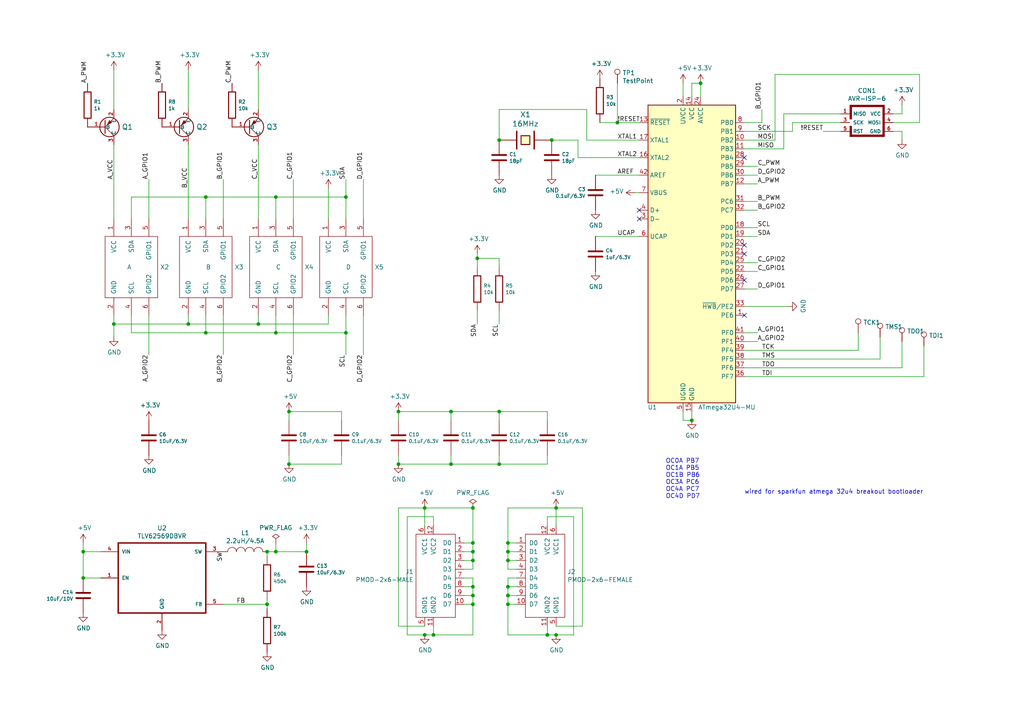
<source format=kicad_sch>
(kicad_sch (version 20211123) (generator eeschema)
  (paper "A4")
  (lib_symbols
    (symbol "badgelife_shitty_addon_v169bis:Badgelife_sao_connector_v169bis" (pin_names (offset 1.016))
      (property "Reference" "X" (at 0 0 0))
      (property "Value" "Badgelife_sao_connector_v169bis" (at 0 20.32 0))
      (symbol "Badgelife_sao_connector_v169bis_0_1"
        (rectangle (start -7.62 8.89) (end 7.62 -8.89))
      )
      (symbol "Badgelife_sao_connector_v169bis_1_1"
        (pin input line (at -5.08 13.97 270) (length 5.08) (name "VCC") (number "1"))
        (pin input line (at -5.08 -13.97 90) (length 5.08) (name "GND") (number "2"))
        (pin input line (at 0 13.97 270) (length 5.08) (name "SDA") (number "3"))
        (pin input line (at 0 -13.97 90) (length 5.08) (name "SCL") (number "4"))
        (pin input line (at 5.08 13.97 270) (length 5.08) (name "GPIO1") (number "5"))
        (pin input line (at 5.08 -13.97 90) (length 5.08) (name "GPIO2") (number "6"))
      )
    )
    (symbol "power:+3.3V" (power) (pin_names (offset 0))
      (property "Value" "+3.3V" (at 0 3.556 0))
      (symbol "+3.3V_0_1"
        (polyline (pts (xy -0.762 1.27) (xy 0 2.54)))
        (polyline (pts (xy 0 0) (xy 0 2.54)))
        (polyline (pts (xy 0 2.54) (xy 0.762 1.27)))
      )
      (symbol "+3.3V_1_1"
        (pin power_in line (at 0 0 90) (length 0) hide (name "+3.3V") (number "1"))
      )
    )
    (symbol "power:+5V" (power) (pin_names (offset 0))
      (property "Value" "+5V" (at 0 3.556 0))
      (symbol "+5V_0_1"
        (polyline (pts (xy -0.762 1.27) (xy 0 2.54)))
        (polyline (pts (xy 0 0) (xy 0 2.54)))
        (polyline (pts (xy 0 2.54) (xy 0.762 1.27)))
      )
      (symbol "+5V_1_1"
        (pin power_in line (at 0 0 90) (length 0) hide (name "+5V") (number "1"))
      )
    )
    (symbol "power:GND" (power) (pin_names (offset 0))
      (property "Value" "GND" (at 0 -3.81 0))
      (symbol "GND_0_1"
        (polyline (pts (xy 0 0) (xy 0 -1.27) (xy 1.27 -1.27) (xy 0 -2.54) (xy -1.27 -1.27) (xy 0 -1.27)))
      )
      (symbol "GND_1_1"
        (pin power_in line (at 0 0 270) (length 0) hide (name "GND") (number "1"))
      )
    )
    (symbol "power:PWR_FLAG" (power) (pin_numbers hide) (pin_names (offset 0) hide)
      (property "Value" "PWR_FLAG" (at 0 3.81 0))
      (symbol "PWR_FLAG_0_0"
        (pin power_out line (at 0 0 90) (length 0) (name "pwr") (number "1"))
      )
      (symbol "PWR_FLAG_0_1"
        (polyline (pts (xy 0 0) (xy 0 1.27) (xy -1.016 1.905) (xy 0 2.54) (xy 1.016 1.905) (xy 0 1.27)))
      )
    )
    (symbol "tom-connectors:AVR-ISP-6" (pin_names (offset 1.016))
      (property "Reference" "CON" (at -2.032 6.096 0))
      (property "Value" "AVR-ISP-6" (at -6.096 -5.842 0))
      (symbol "AVR-ISP-6_0_1"
        (rectangle (start -4.572 -3.556) (end 4.826 -4.064) (fill (type outline)))
        (rectangle (start -4.572 5.08) (end 4.572 4.572) (fill (type outline)))
        (rectangle (start -4.445 -4.064) (end -4.953 -1.016) (fill (type outline)))
        (rectangle (start -4.445 5.08) (end -4.953 1.016) (fill (type outline)))
        (rectangle (start 4.572 5.08) (end 5.08 -4.064) (fill (type outline)))
      )
      (symbol "AVR-ISP-6_1_1"
        (pin passive line (at -7.62 2.54 0) (length 2.54) (name "MISO") (number "1"))
        (pin power_in line (at 7.62 2.54 180) (length 2.54) (name "VCC") (number "2"))
        (pin passive line (at -7.62 0 0) (length 2.54) (name "SCK") (number "3"))
        (pin input line (at 7.62 0 180) (length 2.54) (name "MOSI") (number "4"))
        (pin passive line (at -7.62 -2.54 0) (length 2.54) (name "RST") (number "5"))
        (pin power_in line (at 7.62 -2.54 180) (length 2.54) (name "GND") (number "6"))
      )
    )
    (symbol "tom-connectors:PMOD-2x6-FEMALE" (pin_names (offset 1.016))
      (property "Reference" "J" (at 3.81 -11.43 0))
      (property "Value" "PMOD-2x6-FEMALE" (at -7.62 0 90))
      (symbol "PMOD-2x6-FEMALE_1_1"
        (rectangle (start -6.35 11.43) (end 5.08 -12.7))
        (rectangle (start 3.81 -6.35) (end 3.81 -6.35))
        (pin bidirectional line (at 7.62 8.89 180) (length 2.54) (name "D0") (number "1"))
        (pin bidirectional line (at 7.62 -8.89 180) (length 2.54) (name "D7") (number "10"))
        (pin passive line (at -1.27 -15.24 90) (length 2.54) (name "GND2") (number "11"))
        (pin passive line (at -1.27 13.97 270) (length 2.54) (name "VCC2") (number "12"))
        (pin bidirectional line (at 7.62 6.35 180) (length 2.54) (name "D1") (number "2"))
        (pin bidirectional line (at 7.62 3.81 180) (length 2.54) (name "D2") (number "3"))
        (pin bidirectional line (at 7.62 1.27 180) (length 2.54) (name "D3") (number "4"))
        (pin passive line (at -3.81 -15.24 90) (length 2.54) (name "GND1") (number "5"))
        (pin passive line (at -3.81 13.97 270) (length 2.54) (name "VCC1") (number "6"))
        (pin bidirectional line (at 7.62 -1.27 180) (length 2.54) (name "D4") (number "7"))
        (pin bidirectional line (at 7.62 -3.81 180) (length 2.54) (name "D5") (number "8"))
        (pin bidirectional line (at 7.62 -6.35 180) (length 2.54) (name "D6") (number "9"))
      )
    )
    (symbol "tom-connectors:PMOD-2x6-MALE" (pin_names (offset 1.016))
      (property "Reference" "J" (at 2.54 -13.97 0))
      (property "Value" "PMOD-2x6-MALE" (at -8.89 -2.54 90))
      (symbol "PMOD-2x6-MALE_0_1"
        (rectangle (start -7.62 8.89) (end 3.81 -15.24))
        (rectangle (start 2.54 -8.89) (end 2.54 -8.89))
      )
      (symbol "PMOD-2x6-MALE_1_1"
        (pin bidirectional line (at 6.35 6.35 180) (length 2.54) (name "D0") (number "1"))
        (pin bidirectional line (at 6.35 -11.43 180) (length 2.54) (name "D7") (number "10"))
        (pin passive line (at -2.54 -17.78 90) (length 2.54) (name "GND2") (number "11"))
        (pin passive line (at -2.54 11.43 270) (length 2.54) (name "VCC2") (number "12"))
        (pin bidirectional line (at 6.35 3.81 180) (length 2.54) (name "D1") (number "2"))
        (pin bidirectional line (at 6.35 1.27 180) (length 2.54) (name "D2") (number "3"))
        (pin bidirectional line (at 6.35 -1.27 180) (length 2.54) (name "D3") (number "4"))
        (pin passive line (at -5.08 -17.78 90) (length 2.54) (name "GND1") (number "5"))
        (pin passive line (at -5.08 11.43 270) (length 2.54) (name "VCC1") (number "6"))
        (pin bidirectional line (at 6.35 -3.81 180) (length 2.54) (name "D4") (number "7"))
        (pin bidirectional line (at 6.35 -6.35 180) (length 2.54) (name "D5") (number "8"))
        (pin bidirectional line (at 6.35 -8.89 180) (length 2.54) (name "D6") (number "9"))
      )
    )
    (symbol "tom-mechanical:TestPoint" (pin_numbers hide) (pin_names (offset 0.762) hide)
      (property "Reference" "TP" (at 0 6.858 0))
      (property "Value" "TestPoint" (at 0 5.08 0))
      (symbol "TestPoint_0_1"
        (circle (center 0 3.302) (radius 0.762))
      )
      (symbol "TestPoint_1_1"
        (pin passive line (at 0 0 90) (length 2.54) (name "1") (number "1"))
      )
    )
    (symbol "tom-passives:C" (pin_numbers hide) (pin_names (offset 0.254))
      (property "Reference" "C" (at 0 2.54 0))
      (property "Value" "C" (at 0.1524 -2.159 0))
      (symbol "C_0_1"
        (polyline (pts (xy -2.032 -0.762) (xy 2.032 -0.762)) (stroke (width 0.508)))
        (polyline (pts (xy -2.032 0.762) (xy 2.032 0.762)) (stroke (width 0.508)))
      )
      (symbol "C_1_1"
        (pin passive line (at 0 5.08 270) (length 4.318) (name "~") (number "1"))
        (pin passive line (at 0 -5.08 90) (length 4.318) (name "~") (number "2"))
      )
    )
    (symbol "tom-passives:CRYSTAL" (pin_numbers hide) (pin_names (offset 1.016) hide)
      (property "Reference" "X" (at 0 3.81 0))
      (property "Value" "CRYSTAL" (at 0 -3.81 0))
      (symbol "CRYSTAL_0_1"
        (polyline (pts (xy -2.54 2.54) (xy -2.54 -2.54)) (stroke (width 0.4064)))
        (polyline (pts (xy 2.54 2.54) (xy 2.54 -2.54)) (stroke (width 0.4064)))
        (polyline (pts (xy -1.27 1.27) (xy 1.27 1.27) (xy 1.27 -1.27) (xy -1.27 -1.27) (xy -1.27 1.27)) (stroke (width 0.3048)) (fill (type background)))
      )
      (symbol "CRYSTAL_1_1"
        (pin passive line (at -7.62 0 0) (length 5.08) (name "1") (number "1"))
        (pin passive line (at 7.62 0 180) (length 5.08) (name "2") (number "2"))
      )
    )
    (symbol "tom-passives:INDUCTOR_SMALL" (pin_numbers hide) (pin_names (offset 0) hide)
      (property "Reference" "L" (at 0 2.54 0))
      (property "Value" "INDUCTOR_SMALL" (at 0 -1.27 0))
      (symbol "INDUCTOR_SMALL_0_1"
        (arc (start -2.54 0) (mid -3.81 1.27) (end -5.08 0))
        (arc (start 0 0) (mid -1.27 1.27) (end -2.54 0))
        (arc (start 2.54 0) (mid 1.27 1.27) (end 0 0))
        (arc (start 5.08 0) (mid 3.81 1.27) (end 2.54 0))
      )
      (symbol "INDUCTOR_SMALL_1_1"
        (pin input line (at -6.35 0 0) (length 1.27) (name "1") (number "1"))
        (pin input line (at 6.35 0 180) (length 1.27) (name "2") (number "2"))
      )
    )
    (symbol "tom-passives:R" (pin_numbers hide) (pin_names (offset 0))
      (property "Reference" "R" (at 2.032 0 90))
      (property "Value" "R" (at 0.1778 0.0254 90))
      (symbol "R_0_1"
        (rectangle (start -1.016 3.81) (end 1.016 -3.81) (stroke (width 0.3048)))
      )
      (symbol "R_1_1"
        (pin passive line (at 0 6.35 270) (length 2.54) (name "~") (number "1"))
        (pin passive line (at 0 -6.35 90) (length 2.54) (name "~") (number "2"))
      )
    )
    (symbol "tom-semiconductors:ATmega32U4-MU"
      (property "Reference" "U" (at -12.7 44.45 0))
      (property "Value" "ATmega32U4-MU" (at 2.54 -44.45 0))
      (symbol "ATmega32U4-MU_0_1"
        (rectangle (start -12.7 -43.18) (end 12.7 43.18) (stroke (width 0.254)) (fill (type background)))
      )
      (symbol "ATmega32U4-MU_1_1"
        (pin bidirectional line (at 15.24 -17.78 180) (length 2.54) (name "PE6") (number "1"))
        (pin bidirectional line (at 15.24 33.02 180) (length 2.54) (name "PB2") (number "10"))
        (pin bidirectional line (at 15.24 30.48 180) (length 2.54) (name "PB3") (number "11"))
        (pin bidirectional line (at 15.24 20.32 180) (length 2.54) (name "PB7") (number "12"))
        (pin input line (at -15.24 38.1 0) (length 2.54) (name "~{RESET}") (number "13"))
        (pin power_in line (at 0 45.72 270) (length 2.54) (name "VCC") (number "14"))
        (pin power_in line (at 0 -45.72 90) (length 2.54) (name "GND") (number "15"))
        (pin output line (at -15.24 27.94 0) (length 2.54) (name "XTAL2") (number "16"))
        (pin input line (at -15.24 33.02 0) (length 2.54) (name "XTAL1") (number "17"))
        (pin bidirectional line (at 15.24 7.62 180) (length 2.54) (name "PD0") (number "18"))
        (pin bidirectional line (at 15.24 5.08 180) (length 2.54) (name "PD1") (number "19"))
        (pin power_in line (at -2.54 45.72 270) (length 2.54) (name "UVCC") (number "2"))
        (pin bidirectional line (at 15.24 2.54 180) (length 2.54) (name "PD2") (number "20"))
        (pin bidirectional line (at 15.24 0 180) (length 2.54) (name "PD3") (number "21"))
        (pin bidirectional line (at 15.24 -5.08 180) (length 2.54) (name "PD5") (number "22"))
        (pin passive line (at 0 -45.72 90) (length 2.54) hide (name "GND") (number "23"))
        (pin power_in line (at 2.54 45.72 270) (length 2.54) (name "AVCC") (number "24"))
        (pin bidirectional line (at 15.24 -2.54 180) (length 2.54) (name "PD4") (number "25"))
        (pin bidirectional line (at 15.24 -7.62 180) (length 2.54) (name "PD6") (number "26"))
        (pin bidirectional line (at 15.24 -10.16 180) (length 2.54) (name "PD7") (number "27"))
        (pin bidirectional line (at 15.24 27.94 180) (length 2.54) (name "PB4") (number "28"))
        (pin bidirectional line (at 15.24 25.4 180) (length 2.54) (name "PB5") (number "29"))
        (pin bidirectional line (at -15.24 10.16 0) (length 2.54) (name "D-") (number "3"))
        (pin bidirectional line (at 15.24 22.86 180) (length 2.54) (name "PB6") (number "30"))
        (pin bidirectional line (at 15.24 15.24 180) (length 2.54) (name "PC6") (number "31"))
        (pin bidirectional line (at 15.24 12.7 180) (length 2.54) (name "PC7") (number "32"))
        (pin bidirectional line (at 15.24 -15.24 180) (length 2.54) (name "~{HWB}/PE2") (number "33"))
        (pin passive line (at 0 45.72 270) (length 2.54) hide (name "VCC") (number "34"))
        (pin passive line (at 0 -45.72 90) (length 2.54) hide (name "GND") (number "35"))
        (pin bidirectional line (at 15.24 -35.56 180) (length 2.54) (name "PF7") (number "36"))
        (pin bidirectional line (at 15.24 -33.02 180) (length 2.54) (name "PF6") (number "37"))
        (pin bidirectional line (at 15.24 -30.48 180) (length 2.54) (name "PF5") (number "38"))
        (pin bidirectional line (at 15.24 -27.94 180) (length 2.54) (name "PF4") (number "39"))
        (pin bidirectional line (at -15.24 12.7 0) (length 2.54) (name "D+") (number "4"))
        (pin bidirectional line (at 15.24 -25.4 180) (length 2.54) (name "PF1") (number "40"))
        (pin bidirectional line (at 15.24 -22.86 180) (length 2.54) (name "PF0") (number "41"))
        (pin passive line (at -15.24 22.86 0) (length 2.54) (name "AREF") (number "42"))
        (pin passive line (at 0 -45.72 90) (length 2.54) hide (name "GND") (number "43"))
        (pin passive line (at 2.54 45.72 270) (length 2.54) hide (name "AVCC") (number "44"))
        (pin passive line (at 0 -45.72 90) (length 2.54) hide (name "GND") (number "45"))
        (pin passive line (at -2.54 -45.72 90) (length 2.54) (name "UGND") (number "5"))
        (pin passive line (at -15.24 5.08 0) (length 2.54) (name "UCAP") (number "6"))
        (pin input line (at -15.24 17.78 0) (length 2.54) (name "VBUS") (number "7"))
        (pin bidirectional line (at 15.24 38.1 180) (length 2.54) (name "PB0") (number "8"))
        (pin bidirectional line (at 15.24 35.56 180) (length 2.54) (name "PB1") (number "9"))
      )
    )
    (symbol "tom-semiconductors:PMBT2907A_PNP_500mA" (pin_names (offset 0.254))
      (property "Reference" "U" (at 15.24 6.35 0))
      (property "Value" "PMBT2907A_PNP_500mA" (at 15.24 3.81 0))
      (symbol "PMBT2907A_PNP_500mA_1_1"
        (circle (center -1.27 0) (radius 2.8194) (stroke (width 0.254)))
        (polyline (pts (xy -2.54 0) (xy 0 2.54)))
        (polyline (pts (xy -2.54 1.905) (xy -2.54 -1.905) (xy -2.54 -1.905)) (stroke (width 0.254)) (fill (type outline)))
        (polyline (pts (xy -1.905 -0.635) (xy -2.54 0) (xy -2.54 0)))
        (polyline (pts (xy 0 -2.54) (xy -0.889 -1.651) (xy -0.889 -1.651)))
        (polyline (pts (xy -1.905 -0.635) (xy -1.27 -1.905) (xy -0.635 -1.27) (xy -1.905 -0.635) (xy -1.905 -0.635)) (fill (type outline)))
        (pin input line (at -7.62 0 0) (length 5.08) (name "B") (number "1"))
        (pin passive line (at 0 -5.08 90) (length 2.54) (name "E") (number "2"))
        (pin passive line (at 0 5.08 270) (length 2.54) (name "C") (number "3"))
      )
    )
    (symbol "tom-semiconductors:TLV62569DBVR" (pin_names (offset 1.016))
      (property "Reference" "U" (at -12.7 11.1506 0))
      (property "Value" "TLV62569DBVR" (at 1.27 -12.7 0))
      (symbol "TLV62569DBVR_0_0"
        (polyline (pts (xy -12.7 -10.16) (xy -12.7 10.16)) (stroke (width 0.4064)))
        (polyline (pts (xy -12.7 10.16) (xy 12.7 10.16)) (stroke (width 0.4064)))
        (polyline (pts (xy 12.7 -10.16) (xy -12.7 -10.16)) (stroke (width 0.4064)))
        (polyline (pts (xy 12.7 10.16) (xy 12.7 -10.16)) (stroke (width 0.4064)))
        (pin input line (at -17.78 0 0) (length 5.08) (name "EN") (number "1"))
        (pin power_in line (at 0 -15.24 90) (length 5.08) (name "GND") (number "2"))
        (pin power_out line (at 17.78 7.62 180) (length 5.08) (name "SW") (number "3"))
        (pin power_in line (at -17.78 7.62 0) (length 5.08) (name "VIN") (number "4"))
        (pin input line (at 17.78 -7.62 180) (length 5.08) (name "FB") (number "5"))
      )
    )
  )
  (junction (at 83.82 134.62))
  (junction (at 83.82 119.38))
  (junction (at 137.16 172.72))
  (junction (at 144.78 119.38))
  (junction (at 115.57 134.62))
  (junction (at 125.73 184.15))
  (junction (at 100.33 96.52))
  (junction (at 203.2 24.13))
  (junction (at 161.29 184.15))
  (junction (at 123.19 184.15))
  (junction (at 59.69 57.15))
  (junction (at 161.29 147.32))
  (junction (at 147.32 157.48))
  (junction (at 80.01 96.52))
  (junction (at 123.19 147.32))
  (junction (at 147.32 160.02))
  (junction (at 138.43 74.93))
  (junction (at 80.01 57.15))
  (junction (at 115.57 119.38))
  (junction (at 77.47 175.26))
  (junction (at 24.13 160.02))
  (junction (at 137.16 147.32))
  (junction (at 100.33 57.15))
  (junction (at 59.69 96.52))
  (junction (at 160.02 40.64))
  (junction (at 137.16 175.26))
  (junction (at 147.32 162.56))
  (junction (at 144.78 134.62))
  (junction (at 137.16 157.48))
  (junction (at 54.61 93.98))
  (junction (at 147.32 170.18))
  (junction (at 137.16 162.56))
  (junction (at 137.16 170.18))
  (junction (at 147.32 175.26))
  (junction (at 200.66 121.92))
  (junction (at 144.78 40.64))
  (junction (at 24.13 167.64))
  (junction (at 147.32 172.72))
  (junction (at 137.16 160.02))
  (junction (at 179.07 35.56))
  (junction (at 158.75 184.15))
  (junction (at 33.02 93.98))
  (junction (at 80.01 160.02))
  (junction (at 130.81 119.38))
  (junction (at 88.9 160.02))
  (junction (at 77.47 160.02))
  (junction (at 130.81 134.62))
  (junction (at 74.93 93.98))
  (no_connect (at 215.9 81.28))
  (no_connect (at 185.42 63.5))
  (no_connect (at 215.9 91.44))
  (no_connect (at 215.9 45.72))
  (no_connect (at 215.9 73.66))
  (no_connect (at 185.42 60.96))
  (no_connect (at 215.9 71.12))
  (wire (pts (xy 130.81 119.38) (xy 144.78 119.38)))
  (wire (pts (xy 147.32 170.18) (xy 149.86 170.18)))
  (wire (pts (xy 77.47 175.26) (xy 77.47 173.99)))
  (wire (pts (xy 185.42 40.64) (xy 170.18 40.64)))
  (wire (pts (xy 80.01 91.44) (xy 80.01 96.52)))
  (wire (pts (xy 170.18 31.75) (xy 144.78 31.75)))
  (wire (pts (xy 64.77 175.26) (xy 77.47 175.26)))
  (wire (pts (xy 172.72 68.58) (xy 185.42 68.58)))
  (wire (pts (xy 138.43 74.93) (xy 144.78 74.93)))
  (wire (pts (xy 147.32 172.72) (xy 149.86 172.72)))
  (wire (pts (xy 229.87 38.1) (xy 215.9 38.1)))
  (wire (pts (xy 83.82 119.38) (xy 99.06 119.38)))
  (wire (pts (xy 134.62 160.02) (xy 137.16 160.02)))
  (wire (pts (xy 118.11 149.86) (xy 118.11 184.15)))
  (wire (pts (xy 200.66 24.13) (xy 203.2 24.13)))
  (wire (pts (xy 198.12 27.94) (xy 198.12 24.13)))
  (wire (pts (xy 227.33 33.02) (xy 227.33 43.18)))
  (wire (pts (xy 147.32 162.56) (xy 149.86 162.56)))
  (wire (pts (xy 80.01 157.48) (xy 80.01 160.02)))
  (wire (pts (xy 137.16 165.1) (xy 134.62 165.1)))
  (wire (pts (xy 144.78 119.38) (xy 158.75 119.38)))
  (wire (pts (xy 38.1 57.15) (xy 59.69 57.15)))
  (wire (pts (xy 168.91 181.61) (xy 168.91 147.32)))
  (wire (pts (xy 33.02 20.32) (xy 33.02 31.75)))
  (wire (pts (xy 125.73 152.4) (xy 125.73 149.86)))
  (wire (pts (xy 38.1 63.5) (xy 38.1 57.15)))
  (wire (pts (xy 137.16 167.64) (xy 137.16 170.18)))
  (wire (pts (xy 147.32 162.56) (xy 147.32 160.02)))
  (wire (pts (xy 215.9 60.96) (xy 219.71 60.96)))
  (wire (pts (xy 219.71 96.52) (xy 215.9 96.52)))
  (wire (pts (xy 105.41 63.5) (xy 105.41 52.07)))
  (wire (pts (xy 80.01 160.02) (xy 88.9 160.02)))
  (wire (pts (xy 229.87 35.56) (xy 229.87 38.1)))
  (wire (pts (xy 134.62 175.26) (xy 137.16 175.26)))
  (wire (pts (xy 158.75 132.08) (xy 158.75 134.62)))
  (wire (pts (xy 137.16 147.32) (xy 137.16 157.48)))
  (wire (pts (xy 134.62 157.48) (xy 137.16 157.48)))
  (wire (pts (xy 147.32 175.26) (xy 147.32 184.15)))
  (wire (pts (xy 266.7 35.56) (xy 266.7 21.59)))
  (wire (pts (xy 215.9 104.14) (xy 255.27 104.14)))
  (wire (pts (xy 33.02 93.98) (xy 33.02 97.79)))
  (wire (pts (xy 59.69 96.52) (xy 80.01 96.52)))
  (wire (pts (xy 144.78 119.38) (xy 144.78 121.92)))
  (wire (pts (xy 144.78 90.17) (xy 144.78 93.98)))
  (wire (pts (xy 105.41 91.44) (xy 105.41 102.87)))
  (wire (pts (xy 100.33 96.52) (xy 100.33 91.44)))
  (wire (pts (xy 115.57 147.32) (xy 123.19 147.32)))
  (wire (pts (xy 59.69 63.5) (xy 59.69 57.15)))
  (wire (pts (xy 167.64 45.72) (xy 167.64 40.64)))
  (wire (pts (xy 255.27 97.79) (xy 255.27 104.14)))
  (wire (pts (xy 24.13 157.48) (xy 24.13 160.02)))
  (wire (pts (xy 38.1 91.44) (xy 38.1 96.52)))
  (wire (pts (xy 215.9 53.34) (xy 219.71 53.34)))
  (wire (pts (xy 137.16 157.48) (xy 137.16 160.02)))
  (wire (pts (xy 74.93 93.98) (xy 54.61 93.98)))
  (wire (pts (xy 248.92 101.6) (xy 248.92 96.52)))
  (wire (pts (xy 95.25 93.98) (xy 95.25 91.44)))
  (wire (pts (xy 267.97 100.33) (xy 267.97 109.22)))
  (wire (pts (xy 130.81 132.08) (xy 130.81 134.62)))
  (wire (pts (xy 138.43 90.17) (xy 138.43 93.98)))
  (wire (pts (xy 215.9 88.9) (xy 228.6 88.9)))
  (wire (pts (xy 179.07 35.56) (xy 173.99 35.56)))
  (wire (pts (xy 80.01 96.52) (xy 100.33 96.52)))
  (wire (pts (xy 134.62 167.64) (xy 137.16 167.64)))
  (wire (pts (xy 115.57 119.38) (xy 115.57 121.92)))
  (wire (pts (xy 203.2 27.94) (xy 203.2 24.13)))
  (wire (pts (xy 158.75 181.61) (xy 158.75 184.15)))
  (wire (pts (xy 147.32 147.32) (xy 161.29 147.32)))
  (wire (pts (xy 158.75 119.38) (xy 158.75 121.92)))
  (wire (pts (xy 74.93 93.98) (xy 95.25 93.98)))
  (wire (pts (xy 118.11 184.15) (xy 123.19 184.15)))
  (wire (pts (xy 24.13 167.64) (xy 29.21 167.64)))
  (wire (pts (xy 99.06 132.08) (xy 99.06 134.62)))
  (wire (pts (xy 167.64 40.64) (xy 160.02 40.64)))
  (wire (pts (xy 224.79 21.59) (xy 224.79 40.64)))
  (wire (pts (xy 138.43 73.66) (xy 138.43 74.93)))
  (wire (pts (xy 170.18 40.64) (xy 170.18 31.75)))
  (wire (pts (xy 144.78 132.08) (xy 144.78 134.62)))
  (wire (pts (xy 261.62 30.48) (xy 261.62 33.02)))
  (wire (pts (xy 185.42 50.8) (xy 172.72 50.8)))
  (wire (pts (xy 158.75 184.15) (xy 161.29 184.15)))
  (wire (pts (xy 266.7 21.59) (xy 224.79 21.59)))
  (wire (pts (xy 130.81 134.62) (xy 115.57 134.62)))
  (wire (pts (xy 100.33 57.15) (xy 100.33 52.07)))
  (wire (pts (xy 215.9 58.42) (xy 219.71 58.42)))
  (wire (pts (xy 166.37 184.15) (xy 161.29 184.15)))
  (wire (pts (xy 261.62 106.68) (xy 261.62 99.06)))
  (wire (pts (xy 100.33 96.52) (xy 100.33 102.87)))
  (wire (pts (xy 123.19 147.32) (xy 123.19 152.4)))
  (wire (pts (xy 215.9 78.74) (xy 219.71 78.74)))
  (wire (pts (xy 220.98 35.56) (xy 215.9 35.56)))
  (wire (pts (xy 161.29 147.32) (xy 161.29 152.4)))
  (wire (pts (xy 147.32 172.72) (xy 147.32 175.26)))
  (wire (pts (xy 161.29 181.61) (xy 168.91 181.61)))
  (wire (pts (xy 215.9 48.26) (xy 219.71 48.26)))
  (wire (pts (xy 115.57 181.61) (xy 115.57 147.32)))
  (wire (pts (xy 54.61 41.91) (xy 54.61 63.5)))
  (wire (pts (xy 29.21 160.02) (xy 24.13 160.02)))
  (wire (pts (xy 215.9 109.22) (xy 267.97 109.22)))
  (wire (pts (xy 83.82 119.38) (xy 83.82 121.92)))
  (wire (pts (xy 77.47 160.02) (xy 80.01 160.02)))
  (wire (pts (xy 125.73 181.61) (xy 125.73 184.15)))
  (wire (pts (xy 54.61 20.32) (xy 54.61 31.75)))
  (wire (pts (xy 227.33 33.02) (xy 243.84 33.02)))
  (wire (pts (xy 77.47 160.02) (xy 77.47 161.29)))
  (wire (pts (xy 38.1 96.52) (xy 59.69 96.52)))
  (wire (pts (xy 24.13 167.64) (xy 24.13 160.02)))
  (wire (pts (xy 215.9 76.2) (xy 219.71 76.2)))
  (wire (pts (xy 184.15 55.88) (xy 185.42 55.88)))
  (wire (pts (xy 74.93 63.5) (xy 74.93 41.91)))
  (wire (pts (xy 115.57 119.38) (xy 130.81 119.38)))
  (wire (pts (xy 224.79 40.64) (xy 215.9 40.64)))
  (wire (pts (xy 137.16 160.02) (xy 137.16 162.56)))
  (wire (pts (xy 64.77 63.5) (xy 64.77 52.07)))
  (wire (pts (xy 125.73 149.86) (xy 118.11 149.86)))
  (wire (pts (xy 144.78 31.75) (xy 144.78 40.64)))
  (wire (pts (xy 144.78 74.93) (xy 144.78 77.47)))
  (wire (pts (xy 149.86 165.1) (xy 147.32 165.1)))
  (wire (pts (xy 215.9 68.58) (xy 219.71 68.58)))
  (wire (pts (xy 137.16 170.18) (xy 137.16 172.72)))
  (wire (pts (xy 147.32 170.18) (xy 147.32 172.72)))
  (wire (pts (xy 261.62 33.02) (xy 259.08 33.02)))
  (wire (pts (xy 123.19 147.32) (xy 137.16 147.32)))
  (wire (pts (xy 158.75 152.4) (xy 158.75 149.86)))
  (wire (pts (xy 215.9 66.04) (xy 219.71 66.04)))
  (wire (pts (xy 134.62 170.18) (xy 137.16 170.18)))
  (wire (pts (xy 125.73 184.15) (xy 123.19 184.15)))
  (wire (pts (xy 147.32 184.15) (xy 158.75 184.15)))
  (wire (pts (xy 43.18 63.5) (xy 43.18 52.07)))
  (wire (pts (xy 243.84 35.56) (xy 229.87 35.56)))
  (wire (pts (xy 130.81 121.92) (xy 130.81 119.38)))
  (wire (pts (xy 147.32 157.48) (xy 147.32 147.32)))
  (wire (pts (xy 215.9 99.06) (xy 219.71 99.06)))
  (wire (pts (xy 64.77 91.44) (xy 64.77 102.87)))
  (wire (pts (xy 198.12 121.92) (xy 200.66 121.92)))
  (wire (pts (xy 227.33 43.18) (xy 215.9 43.18)))
  (wire (pts (xy 147.32 160.02) (xy 147.32 157.48)))
  (wire (pts (xy 220.98 31.75) (xy 220.98 35.56)))
  (wire (pts (xy 198.12 119.38) (xy 198.12 121.92)))
  (wire (pts (xy 115.57 132.08) (xy 115.57 134.62)))
  (wire (pts (xy 85.09 63.5) (xy 85.09 52.07)))
  (wire (pts (xy 238.76 38.1) (xy 243.84 38.1)))
  (wire (pts (xy 99.06 119.38) (xy 99.06 121.92)))
  (wire (pts (xy 137.16 184.15) (xy 125.73 184.15)))
  (wire (pts (xy 215.9 50.8) (xy 219.71 50.8)))
  (wire (pts (xy 80.01 57.15) (xy 100.33 57.15)))
  (wire (pts (xy 200.66 27.94) (xy 200.66 24.13)))
  (wire (pts (xy 33.02 41.91) (xy 33.02 63.5)))
  (wire (pts (xy 137.16 172.72) (xy 137.16 175.26)))
  (wire (pts (xy 166.37 149.86) (xy 166.37 184.15)))
  (wire (pts (xy 215.9 106.68) (xy 261.62 106.68)))
  (wire (pts (xy 147.32 157.48) (xy 149.86 157.48)))
  (wire (pts (xy 100.33 57.15) (xy 100.33 63.5)))
  (wire (pts (xy 59.69 57.15) (xy 80.01 57.15)))
  (wire (pts (xy 43.18 91.44) (xy 43.18 102.87)))
  (wire (pts (xy 85.09 91.44) (xy 85.09 102.87)))
  (wire (pts (xy 59.69 91.44) (xy 59.69 96.52)))
  (wire (pts (xy 215.9 101.6) (xy 248.92 101.6)))
  (wire (pts (xy 95.25 54.61) (xy 95.25 63.5)))
  (wire (pts (xy 147.32 160.02) (xy 149.86 160.02)))
  (wire (pts (xy 147.32 167.64) (xy 147.32 170.18)))
  (wire (pts (xy 147.32 175.26) (xy 149.86 175.26)))
  (wire (pts (xy 259.08 38.1) (xy 261.62 38.1)))
  (wire (pts (xy 185.42 45.72) (xy 167.64 45.72)))
  (wire (pts (xy 137.16 175.26) (xy 137.16 184.15)))
  (wire (pts (xy 168.91 147.32) (xy 161.29 147.32)))
  (wire (pts (xy 138.43 74.93) (xy 138.43 77.47)))
  (wire (pts (xy 123.19 181.61) (xy 115.57 181.61)))
  (wire (pts (xy 74.93 91.44) (xy 74.93 93.98)))
  (wire (pts (xy 54.61 93.98) (xy 33.02 93.98)))
  (wire (pts (xy 88.9 157.48) (xy 88.9 160.02)))
  (wire (pts (xy 54.61 91.44) (xy 54.61 93.98)))
  (wire (pts (xy 147.32 165.1) (xy 147.32 162.56)))
  (wire (pts (xy 179.07 24.13) (xy 179.07 35.56)))
  (wire (pts (xy 215.9 83.82) (xy 219.71 83.82)))
  (wire (pts (xy 259.08 35.56) (xy 266.7 35.56)))
  (wire (pts (xy 147.32 167.64) (xy 149.86 167.64)))
  (wire (pts (xy 74.93 20.32) (xy 74.93 31.75)))
  (wire (pts (xy 134.62 162.56) (xy 137.16 162.56)))
  (wire (pts (xy 200.66 119.38) (xy 200.66 121.92)))
  (wire (pts (xy 77.47 175.26) (xy 77.47 176.53)))
  (wire (pts (xy 134.62 172.72) (xy 137.16 172.72)))
  (wire (pts (xy 158.75 134.62) (xy 144.78 134.62)))
  (wire (pts (xy 83.82 132.08) (xy 83.82 134.62)))
  (wire (pts (xy 99.06 134.62) (xy 83.82 134.62)))
  (wire (pts (xy 33.02 91.44) (xy 33.02 93.98)))
  (wire (pts (xy 185.42 35.56) (xy 179.07 35.56)))
  (wire (pts (xy 158.75 149.86) (xy 166.37 149.86)))
  (wire (pts (xy 144.78 134.62) (xy 130.81 134.62)))
  (wire (pts (xy 261.62 38.1) (xy 261.62 40.64)))
  (wire (pts (xy 80.01 63.5) (xy 80.01 57.15)))
  (wire (pts (xy 137.16 162.56) (xy 137.16 165.1)))
  (text "wired for sparkfun atmega 32u4 breakout bootloader" (at 215.9 143.51 0) (effects (font (size 1.27 1.27)) (justify left bottom)))
  (text "OC0A PB7\nOC1A PB5\nOC1B PB6\nOC3A PC6\nOC4A PC7\nOC4D PD7" (at 193.04 144.78 0) (effects (font (size 1.27 1.27)) (justify left bottom)))
  (label "AREF" (at 179.07 50.8 0))
  (label "B_PWM" (at 219.71 58.42 0))
  (label "!RESET" (at 179.07 35.56 0))
  (label "XTAL2" (at 179.07 45.72 0))
  (label "B_GPIO2" (at 64.77 102.87 270))
  (label "A_GPIO2" (at 43.18 102.87 270))
  (label "C_GPIO1" (at 85.09 52.07 90))
  (label "SDA" (at 100.33 52.07 90))
  (label "D_GPIO1" (at 105.41 52.07 90))
  (label "XTAL1" (at 179.07 40.64 0))
  (label "SCK" (at 219.71 38.1 0))
  (label "SCL" (at 100.33 102.87 270))
  (label "A_GPIO2" (at 219.71 99.06 0))
  (label "A_GPIO1" (at 219.71 96.52 0))
  (label "TDI" (at 220.98 109.22 0))
  (label "TCK" (at 220.98 101.6 0))
  (label "MISO" (at 219.71 43.18 0))
  (label "TMS" (at 220.98 104.14 0))
  (label "C_GPIO2" (at 219.71 76.2 0))
  (label "SCL" (at 219.71 66.04 0))
  (label "SDA" (at 219.71 68.58 0))
  (label "A_GPIO1" (at 43.18 52.07 90))
  (label "SDA" (at 138.43 93.98 270))
  (label "D_GPIO2" (at 105.41 102.87 270))
  (label "!RESET" (at 238.76 38.1 180))
  (label "D_GPIO2" (at 219.71 50.8 0))
  (label "SCL" (at 144.78 93.98 270))
  (label "C_GPIO1" (at 219.71 78.74 0))
  (label "A_PWM" (at 219.71 53.34 0))
  (label "C_GPIO2" (at 85.09 102.87 270))
  (label "SW" (at 64.77 160.02 270))
  (label "TDO" (at 220.98 106.68 0))
  (label "B_PWM" (at 46.99 24.13 90))
  (label "B_GPIO1" (at 220.98 31.75 90))
  (label "C_VCC" (at 74.93 52.07 90))
  (label "FB" (at 68.58 175.26 0))
  (label "A_VCC" (at 33.02 52.07 90))
  (label "C_PWM" (at 67.31 24.13 90))
  (label "A_PWM" (at 25.4 24.13 90))
  (label "B_VCC" (at 54.61 54.61 90))
  (label "UCAP" (at 179.07 68.58 0))
  (label "B_GPIO1" (at 64.77 52.07 90))
  (label "B_GPIO2" (at 219.71 60.96 0))
  (label "C_PWM" (at 219.71 48.26 0))
  (label "MOSI" (at 219.71 40.64 0))
  (label "D_GPIO1" (at 219.71 83.82 0))
  (symbol (lib_id "badgelife_shitty_addon_v169bis:Badgelife_sao_connector_v169bis") (at 38.1 77.47 0) (unit 1)
    (property "Reference" "X2" (at 46.4312 77.47 0) (effects (justify left)))
    (property "Value" "A" (at 36.83 77.47 0) (effects (justify left)))
    (property "Footprint" "badgelife_sao_v169bis:Badgelife-SAOv169-SAO-2x3" (effects hide))
  )
  (symbol (lib_id "badgelife_shitty_addon_v169bis:Badgelife_sao_connector_v169bis") (at 59.69 77.47 0) (unit 1)
    (property "Reference" "X3" (at 68.0212 77.47 0) (effects (justify left)))
    (property "Value" "B" (at 59.69 77.47 0) (effects (justify left)))
    (property "Footprint" "badgelife_sao_v169bis:Badgelife-SAOv169-SAO-2x3" (effects hide))
  )
  (symbol (lib_id "badgelife_shitty_addon_v169bis:Badgelife_sao_connector_v169bis") (at 80.01 77.47 0) (unit 1)
    (property "Reference" "X4" (at 88.3412 77.47 0) (effects (justify left)))
    (property "Value" "C" (at 80.01 77.47 0) (effects (justify left)))
    (property "Footprint" "badgelife_sao_v169bis:Badgelife-SAOv169-SAO-2x3" (effects hide))
  )
  (symbol (lib_id "power:+3.3V") (at 203.2 24.13 0) (unit 1)
    (property "Reference" "#PWR0102" (effects hide))
    (property "Value" "+3.3V" (at 203.581 19.7358 0))
  )
  (symbol (lib_id "tom-passives:CRYSTAL") (at 152.4 40.64 0) (unit 1)
    (property "Reference" "X1" (at 152.4 33.2232 0) (effects (font (size 1.524 1.524))))
    (property "Value" "16MHz" (at 152.4 35.9156 0) (effects (font (size 1.524 1.524))))
    (property "Footprint" "tom-passives:Crystal_SMD_5032-2Pin_5.0x3.2mm" (effects hide))
    (property "MPN" "CX5032GB16" (effects hide))
  )
  (symbol (lib_id "tom-passives:R") (at 173.99 29.21 0) (unit 1)
    (property "Reference" "R3" (at 175.7934 28.2448 0) (effects (font (size 1.016 1.016)) (justify left)))
    (property "Value" "10k" (at 175.7934 30.1752 0) (effects (font (size 1.016 1.016)) (justify left)))
    (property "Footprint" "tom-passives:R_0805_2012Metric" (effects hide))
  )
  (symbol (lib_id "power:+3.3V") (at 173.99 22.86 0) (unit 1)
    (property "Reference" "#PWR0103" (effects hide))
    (property "Value" "+3.3V" (at 174.371 18.4658 0))
  )
  (symbol (lib_id "power:GND") (at 200.66 121.92 0) (unit 1)
    (property "Reference" "#PWR0104" (effects hide))
    (property "Value" "GND" (at 200.787 126.3142 0))
  )
  (symbol (lib_id "power:+3.3V") (at 43.18 121.92 0) (unit 1)
    (property "Reference" "#PWR0105" (effects hide))
    (property "Value" "+3.3V" (at 43.561 117.5258 0))
  )
  (symbol (lib_id "power:GND") (at 43.18 132.08 0) (unit 1)
    (property "Reference" "#PWR0106" (effects hide))
    (property "Value" "GND" (at 43.307 136.4742 0))
  )
  (symbol (lib_id "tom-passives:C") (at 43.18 127 0) (unit 1)
    (property "Reference" "C6" (at 46.101 126.0348 0) (effects (font (size 1.016 1.016)) (justify left)))
    (property "Value" "10uF/6.3V" (at 46.101 127.9652 0) (effects (font (size 1.016 1.016)) (justify left)))
    (property "Footprint" "tom-passives:C_0805_2012Metric" (effects hide))
  )
  (symbol (lib_id "tom-passives:C") (at 115.57 127 0) (unit 1)
    (property "Reference" "C10" (at 118.491 126.0348 0) (effects (font (size 1.016 1.016)) (justify left)))
    (property "Value" "0.1uF/6.3V" (at 118.491 127.9652 0) (effects (font (size 1.016 1.016)) (justify left)))
    (property "Footprint" "tom-passives:C_0805_2012Metric" (effects hide))
  )
  (symbol (lib_id "power:+3.3V") (at 115.57 119.38 0) (unit 1)
    (property "Reference" "#PWR0107" (effects hide))
    (property "Value" "+3.3V" (at 115.951 114.9858 0))
  )
  (symbol (lib_id "power:GND") (at 115.57 134.62 0) (unit 1)
    (property "Reference" "#PWR0108" (effects hide))
    (property "Value" "GND" (at 115.697 139.0142 0))
  )
  (symbol (lib_id "tom-passives:C") (at 144.78 45.72 0) (unit 1)
    (property "Reference" "C1" (at 147.701 44.7548 0) (effects (font (size 1.016 1.016)) (justify left)))
    (property "Value" "18pF" (at 147.701 46.6852 0) (effects (font (size 1.016 1.016)) (justify left)))
    (property "Footprint" "tom-passives:C_0805_2012Metric" (effects hide))
  )
  (symbol (lib_id "tom-passives:C") (at 160.02 45.72 0) (unit 1)
    (property "Reference" "C2" (at 162.941 44.7548 0) (effects (font (size 1.016 1.016)) (justify left)))
    (property "Value" "18pF" (at 162.941 46.6852 0) (effects (font (size 1.016 1.016)) (justify left)))
    (property "Footprint" "tom-passives:C_0805_2012Metric" (effects hide))
  )
  (symbol (lib_id "power:GND") (at 144.78 50.8 0) (unit 1)
    (property "Reference" "#PWR0109" (effects hide))
    (property "Value" "GND" (at 144.907 55.1942 0))
  )
  (symbol (lib_id "power:GND") (at 160.02 50.8 0) (unit 1)
    (property "Reference" "#PWR0110" (effects hide))
    (property "Value" "GND" (at 160.147 55.1942 0))
  )
  (symbol (lib_id "tom-passives:R") (at 138.43 83.82 0) (unit 1)
    (property "Reference" "R4" (at 140.2334 82.8548 0) (effects (font (size 1.016 1.016)) (justify left)))
    (property "Value" "10k" (at 140.2334 84.7852 0) (effects (font (size 1.016 1.016)) (justify left)))
    (property "Footprint" "tom-passives:R_0805_2012Metric" (effects hide))
  )
  (symbol (lib_id "tom-passives:R") (at 144.78 83.82 0) (unit 1)
    (property "Reference" "R5" (at 146.5834 82.8548 0) (effects (font (size 1.016 1.016)) (justify left)))
    (property "Value" "10k" (at 146.5834 84.7852 0) (effects (font (size 1.016 1.016)) (justify left)))
    (property "Footprint" "tom-passives:R_0805_2012Metric" (effects hide))
  )
  (symbol (lib_id "power:+3.3V") (at 138.43 73.66 0) (unit 1)
    (property "Reference" "#PWR0111" (effects hide))
    (property "Value" "+3.3V" (at 138.811 69.2658 0))
  )
  (symbol (lib_id "tom-connectors:AVR-ISP-6") (at 251.46 35.56 0) (unit 1)
    (property "Reference" "CON1" (at 251.46 26.289 0))
    (property "Value" "AVR-ISP-6" (at 251.46 28.6004 0))
    (property "Footprint" "tom-connectors:PinTestpoint_2x03_P2.54mm_Vertical" (effects hide))
  )
  (symbol (lib_id "power:GND") (at 261.62 40.64 0) (unit 1)
    (property "Reference" "#PWR0112" (effects hide))
    (property "Value" "GND" (at 261.747 45.0342 0))
  )
  (symbol (lib_id "power:+3.3V") (at 261.62 30.48 0) (unit 1)
    (property "Reference" "#PWR0113" (effects hide))
    (property "Value" "+3.3V" (at 262.001 26.0858 0))
  )
  (symbol (lib_id "tom-semiconductors:ATmega32U4-MU") (at 200.66 73.66 0) (unit 1)
    (property "Reference" "U1" (at 189.23 118.11 0))
    (property "Value" "ATmega32U4-MU" (at 210.82 118.11 0))
    (property "Footprint" "tom-semiconductors:QFN-44-1EP_7x7mm_P0.5mm_EP5.15x5.15mm" (effects hide))
    (property "Datasheet" "http://ww1.microchip.com/downloads/en/DeviceDoc/Atmel-7766-8-bit-AVR-ATmega16U4-32U4_Datasheet.pdf" (effects hide))
  )
  (symbol (lib_id "tom-mechanical:TestPoint") (at 179.07 24.13 0) (unit 1)
    (property "Reference" "TP1" (at 180.5432 21.1328 0) (effects (justify left)))
    (property "Value" "TestPoint" (at 180.5432 23.4442 0) (effects (justify left)))
    (property "Footprint" "tom-mechanical:TestPoint_Pad_D1.5mm" (effects hide))
  )
  (symbol (lib_id "tom-passives:C") (at 172.72 73.66 0) (unit 1)
    (property "Reference" "C4" (at 175.641 72.6948 0) (effects (font (size 1.016 1.016)) (justify left)))
    (property "Value" "1uF/6.3V" (at 175.641 74.6252 0) (effects (font (size 1.016 1.016)) (justify left)))
    (property "Footprint" "tom-passives:C_0805_2012Metric" (effects hide))
  )
  (symbol (lib_id "power:GND") (at 172.72 78.74 0) (unit 1)
    (property "Reference" "#PWR0114" (effects hide))
    (property "Value" "GND" (at 172.847 83.1342 0))
  )
  (symbol (lib_id "power:+5V") (at 198.12 24.13 0) (unit 1)
    (property "Reference" "#PWR0115" (effects hide))
    (property "Value" "+5V" (at 198.501 19.7358 0))
  )
  (symbol (lib_id "power:+5V") (at 184.15 55.88 90) (unit 1)
    (property "Reference" "#PWR0116" (effects hide))
    (property "Value" "+5V" (at 180.8988 55.499 90) (effects (justify left)))
  )
  (symbol (lib_id "tom-passives:C") (at 172.72 55.88 0) (mirror x) (unit 1)
    (property "Reference" "C3" (at 169.8244 54.9148 0) (effects (font (size 1.016 1.016)) (justify right)))
    (property "Value" "0.1uF/6.3V" (at 169.8244 56.8452 0) (effects (font (size 1.016 1.016)) (justify right)))
    (property "Footprint" "tom-passives:C_0805_2012Metric" (effects hide))
  )
  (symbol (lib_id "power:GND") (at 172.72 60.96 0) (unit 1)
    (property "Reference" "#PWR0117" (effects hide))
    (property "Value" "GND" (at 172.847 65.3542 0))
  )
  (symbol (lib_id "power:GND") (at 228.6 88.9 90) (unit 1)
    (property "Reference" "#PWR0118" (effects hide))
    (property "Value" "GND" (at 232.9942 88.773 0))
  )
  (symbol (lib_id "tom-passives:C") (at 130.81 127 0) (unit 1)
    (property "Reference" "C11" (at 133.731 126.0348 0) (effects (font (size 1.016 1.016)) (justify left)))
    (property "Value" "0.1uF/6.3V" (at 133.731 127.9652 0) (effects (font (size 1.016 1.016)) (justify left)))
    (property "Footprint" "tom-passives:C_0805_2012Metric" (effects hide))
  )
  (symbol (lib_id "tom-passives:C") (at 144.78 127 0) (unit 1)
    (property "Reference" "C12" (at 147.701 126.0348 0) (effects (font (size 1.016 1.016)) (justify left)))
    (property "Value" "0.1uF/6.3V" (at 147.701 127.9652 0) (effects (font (size 1.016 1.016)) (justify left)))
    (property "Footprint" "tom-passives:C_0805_2012Metric" (effects hide))
  )
  (symbol (lib_id "tom-passives:C") (at 99.06 127 0) (unit 1)
    (property "Reference" "C9" (at 101.981 126.0348 0) (effects (font (size 1.016 1.016)) (justify left)))
    (property "Value" "0.1uF/6.3V" (at 101.981 127.9652 0) (effects (font (size 1.016 1.016)) (justify left)))
    (property "Footprint" "tom-passives:C_0805_2012Metric" (effects hide))
  )
  (symbol (lib_id "tom-passives:C") (at 83.82 127 0) (unit 1)
    (property "Reference" "C8" (at 86.741 126.0348 0) (effects (font (size 1.016 1.016)) (justify left)))
    (property "Value" "10uF/6.3V" (at 86.741 127.9652 0) (effects (font (size 1.016 1.016)) (justify left)))
    (property "Footprint" "tom-passives:C_0805_2012Metric" (effects hide))
  )
  (symbol (lib_id "power:+5V") (at 83.82 119.38 0) (unit 1)
    (property "Reference" "#PWR0119" (effects hide))
    (property "Value" "+5V" (at 84.201 114.9858 0))
  )
  (symbol (lib_id "power:GND") (at 83.82 134.62 0) (unit 1)
    (property "Reference" "#PWR0120" (effects hide))
    (property "Value" "GND" (at 83.947 139.0142 0))
  )
  (symbol (lib_id "tom-semiconductors:TLV62569DBVR") (at 46.99 167.64 0) (unit 1)
    (property "Reference" "U2" (at 46.99 153.162 0))
    (property "Value" "TLV62569DBVR" (at 46.99 155.4734 0))
    (property "Footprint" "tom-semiconductors:SOT-23-5" (effects hide))
    (property "LCSC" "C141836" (effects hide))
  )
  (symbol (lib_id "tom-passives:INDUCTOR_SMALL") (at 71.12 160.02 0) (unit 1)
    (property "Reference" "L1" (at 71.12 154.559 0))
    (property "Value" "2.2uH/4.5A" (at 71.12 156.8704 0))
    (property "Footprint" "tom-passives:L_MWSA0518S" (effects hide))
  )
  (symbol (lib_id "tom-passives:R") (at 77.47 167.64 0) (unit 1)
    (property "Reference" "R6" (at 79.2734 166.6748 0) (effects (font (size 1.016 1.016)) (justify left)))
    (property "Value" "450k" (at 79.2734 168.6052 0) (effects (font (size 1.016 1.016)) (justify left)))
    (property "Footprint" "tom-passives:R_0805_2012Metric" (effects hide))
  )
  (symbol (lib_id "tom-passives:R") (at 77.47 182.88 0) (unit 1)
    (property "Reference" "R7" (at 79.2734 181.9148 0) (effects (font (size 1.016 1.016)) (justify left)))
    (property "Value" "100k" (at 79.2734 183.8452 0) (effects (font (size 1.016 1.016)) (justify left)))
    (property "Footprint" "tom-passives:R_0805_2012Metric" (effects hide))
  )
  (symbol (lib_id "power:GND") (at 46.99 182.88 0) (unit 1)
    (property "Reference" "#PWR0121" (effects hide))
    (property "Value" "GND" (at 47.117 187.2742 0))
  )
  (symbol (lib_id "power:GND") (at 77.47 189.23 0) (unit 1)
    (property "Reference" "#PWR0122" (effects hide))
    (property "Value" "GND" (at 77.597 193.6242 0))
  )
  (symbol (lib_id "tom-mechanical:TestPoint") (at 248.92 96.52 0) (unit 1)
    (property "Reference" "TCK1" (at 250.3932 93.5228 0) (effects (justify left)))
    (property "Value" "TCK" (effects hide))
    (property "Footprint" "tom-mechanical:TestPoint_Pad_D1.5mm" (effects hide))
  )
  (symbol (lib_id "tom-semiconductors:PMBT2907A_PNP_500mA") (at 54.61 36.83 0) (mirror x) (unit 1)
    (property "Reference" "Q2" (at 56.896 36.83 0) (effects (font (size 1.524 1.524)) (justify left)))
    (property "Value" "PMBT2907A_PNP_500mA" (effects hide))
    (property "Footprint" "SOT23_NXP" (effects hide))
  )
  (symbol (lib_id "tom-mechanical:TestPoint") (at 255.27 97.79 0) (unit 1)
    (property "Reference" "TMS1" (at 256.7432 94.7928 0) (effects (justify left)))
    (property "Value" "TMS" (effects hide))
    (property "Footprint" "tom-mechanical:TestPoint_Pad_D1.5mm" (effects hide))
  )
  (symbol (lib_id "tom-passives:C") (at 24.13 172.72 0) (mirror x) (unit 1)
    (property "Reference" "C14" (at 21.2344 171.7548 0) (effects (font (size 1.016 1.016)) (justify right)))
    (property "Value" "10uF/10V" (at 21.2344 173.6852 0) (effects (font (size 1.016 1.016)) (justify right)))
    (property "Footprint" "tom-passives:C_0805_2012Metric" (effects hide))
  )
  (symbol (lib_id "power:GND") (at 24.13 177.8 0) (unit 1)
    (property "Reference" "#PWR0123" (effects hide))
    (property "Value" "GND" (at 24.257 182.1942 0))
  )
  (symbol (lib_id "power:+5V") (at 24.13 157.48 0) (unit 1)
    (property "Reference" "#PWR0124" (effects hide))
    (property "Value" "+5V" (at 24.511 153.0858 0))
  )
  (symbol (lib_id "power:+3.3V") (at 88.9 157.48 0) (unit 1)
    (property "Reference" "#PWR0125" (effects hide))
    (property "Value" "+3.3V" (at 89.281 153.0858 0))
  )
  (symbol (lib_id "tom-passives:C") (at 88.9 165.1 0) (unit 1)
    (property "Reference" "C13" (at 91.821 164.1348 0) (effects (font (size 1.016 1.016)) (justify left)))
    (property "Value" "10uF/6.3V" (at 91.821 166.0652 0) (effects (font (size 1.016 1.016)) (justify left)))
    (property "Footprint" "tom-passives:C_0805_2012Metric" (effects hide))
  )
  (symbol (lib_id "tom-passives:R") (at 46.99 30.48 0) (unit 1)
    (property "Reference" "R8" (at 48.7934 29.5148 0) (effects (font (size 1.016 1.016)) (justify left)))
    (property "Value" "1k" (at 48.7934 31.4452 0) (effects (font (size 1.016 1.016)) (justify left)))
    (property "Footprint" "tom-passives:R_0805_2012Metric" (effects hide))
  )
  (symbol (lib_id "power:+3.3V") (at 54.61 20.32 0) (unit 1)
    (property "Reference" "#PWR0101" (effects hide))
    (property "Value" "+3.3V" (at 54.991 15.9258 0))
  )
  (symbol (lib_id "tom-mechanical:TestPoint") (at 261.62 99.06 0) (unit 1)
    (property "Reference" "TDO1" (at 263.0932 96.0628 0) (effects (justify left)))
    (property "Value" "TDO" (effects hide))
    (property "Footprint" "tom-mechanical:TestPoint_Pad_D1.5mm" (effects hide))
  )
  (symbol (lib_id "tom-mechanical:TestPoint") (at 267.97 100.33 0) (unit 1)
    (property "Reference" "TDI1" (at 269.4432 97.3328 0) (effects (justify left)))
    (property "Value" "TDI" (effects hide))
    (property "Footprint" "tom-mechanical:TestPoint_Pad_D1.5mm" (effects hide))
  )
  (symbol (lib_id "power:GND") (at 88.9 170.18 0) (unit 1)
    (property "Reference" "#PWR0126" (effects hide))
    (property "Value" "GND" (at 89.027 174.5742 0))
  )
  (symbol (lib_id "tom-semiconductors:PMBT2907A_PNP_500mA") (at 33.02 36.83 0) (mirror x) (unit 1)
    (property "Reference" "Q1" (at 35.306 36.83 0) (effects (font (size 1.524 1.524)) (justify left)))
    (property "Value" "PMBT2907A_PNP_500mA" (effects hide))
    (property "Footprint" "SOT23_NXP" (effects hide))
  )
  (symbol (lib_id "tom-connectors:PMOD-2x6-MALE") (at 128.27 163.83 0) (unit 1)
    (property "Reference" "J1" (at 119.9642 165.8366 0) (effects (justify right)))
    (property "Value" "PMOD-2x6-MALE" (at 119.9642 168.148 0) (effects (justify right)))
    (property "Footprint" "tom-connectors:2X6_SMD_RA_PLUG" (effects hide))
  )
  (symbol (lib_id "tom-connectors:PMOD-2x6-FEMALE") (at 157.48 166.37 0) (mirror y) (unit 1)
    (property "Reference" "J2" (at 164.5412 165.8366 0) (effects (justify right)))
    (property "Value" "PMOD-2x6-FEMALE" (at 164.5412 168.148 0) (effects (justify right)))
    (property "Footprint" "tom-connectors:2X6_SMD_RA_SOCKET" (effects hide))
  )
  (symbol (lib_id "tom-semiconductors:PMBT2907A_PNP_500mA") (at 74.93 36.83 0) (mirror x) (unit 1)
    (property "Reference" "Q3" (at 77.216 36.83 0) (effects (font (size 1.524 1.524)) (justify left)))
    (property "Value" "PMBT2907A_PNP_500mA" (effects hide))
    (property "Footprint" "SOT23_NXP" (effects hide))
  )
  (symbol (lib_id "power:GND") (at 123.19 184.15 0) (unit 1)
    (property "Reference" "#PWR0127" (effects hide))
    (property "Value" "GND" (at 123.317 188.5442 0))
  )
  (symbol (lib_id "power:GND") (at 161.29 184.15 0) (unit 1)
    (property "Reference" "#PWR0128" (effects hide))
    (property "Value" "GND" (at 161.417 188.5442 0))
  )
  (symbol (lib_id "power:+5V") (at 123.19 147.32 0) (unit 1)
    (property "Reference" "#PWR0129" (effects hide))
    (property "Value" "+5V" (at 123.571 142.9258 0))
  )
  (symbol (lib_id "power:+5V") (at 161.29 147.32 0) (unit 1)
    (property "Reference" "#PWR0130" (effects hide))
    (property "Value" "+5V" (at 161.671 142.9258 0))
  )
  (symbol (lib_id "power:GND") (at 33.02 97.79 0) (unit 1)
    (property "Reference" "#PWR0131" (effects hide))
    (property "Value" "GND" (at 33.147 102.1842 0))
  )
  (symbol (lib_id "tom-passives:R") (at 25.4 30.48 0) (unit 1)
    (property "Reference" "R1" (at 27.2034 29.5148 0) (effects (font (size 1.016 1.016)) (justify left)))
    (property "Value" "1k" (at 27.2034 31.4452 0) (effects (font (size 1.016 1.016)) (justify left)))
    (property "Footprint" "tom-passives:R_0805_2012Metric" (effects hide))
  )
  (symbol (lib_id "power:+3.3V") (at 33.02 20.32 0) (unit 1)
    (property "Reference" "#PWR0132" (effects hide))
    (property "Value" "+3.3V" (at 33.401 15.9258 0))
  )
  (symbol (lib_id "tom-passives:R") (at 67.31 30.48 0) (unit 1)
    (property "Reference" "R2" (at 69.1134 29.5148 0) (effects (font (size 1.016 1.016)) (justify left)))
    (property "Value" "10k" (at 69.1134 31.4452 0) (effects (font (size 1.016 1.016)) (justify left)))
    (property "Footprint" "tom-passives:R_0805_2012Metric" (effects hide))
  )
  (symbol (lib_id "power:+3.3V") (at 74.93 20.32 0) (unit 1)
    (property "Reference" "#PWR0133" (effects hide))
    (property "Value" "+3.3V" (at 75.311 15.9258 0))
  )
  (symbol (lib_id "badgelife_shitty_addon_v169bis:Badgelife_sao_connector_v169bis") (at 100.33 77.47 0) (unit 1)
    (property "Reference" "X5" (at 108.6612 77.47 0) (effects (justify left)))
    (property "Value" "D" (at 100.33 77.47 0) (effects (justify left)))
    (property "Footprint" "badgelife_sao_v169bis:Badgelife-SAOv169-SAO-2x3" (effects hide))
  )
  (symbol (lib_id "power:+3.3V") (at 95.25 54.61 0) (unit 1)
    (property "Reference" "#PWR0135" (effects hide))
    (property "Value" "+3.3V" (at 95.631 50.2158 0))
  )
  (symbol (lib_id "power:PWR_FLAG") (at 80.01 157.48 0) (unit 1)
    (property "Reference" "#FLG0101" (effects hide))
    (property "Value" "PWR_FLAG" (at 80.01 153.0858 0))
  )
  (symbol (lib_id "power:PWR_FLAG") (at 137.16 147.32 0) (unit 1)
    (property "Reference" "#FLG0102" (effects hide))
    (property "Value" "PWR_FLAG" (at 137.16 142.9258 0))
  )
  (symbol (lib_id "tom-passives:C") (at 158.75 127 0) (unit 1)
    (property "Reference" "C16" (at 161.671 126.0348 0) (effects (font (size 1.016 1.016)) (justify left)))
    (property "Value" "0.1uF/6.3V" (at 161.671 127.9652 0) (effects (font (size 1.016 1.016)) (justify left)))
    (property "Footprint" "tom-passives:C_0805_2012Metric" (effects hide))
  )
)
</source>
